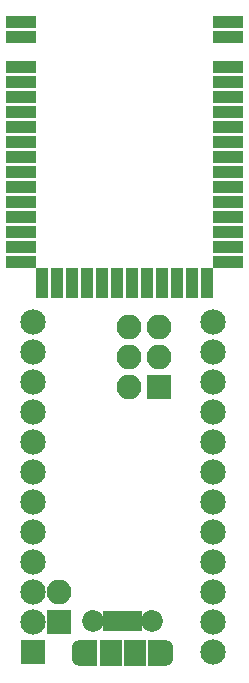
<source format=gbr>
G04 #@! TF.GenerationSoftware,KiCad,Pcbnew,(5.0.0)*
G04 #@! TF.CreationDate,2020-04-23T13:12:55-06:00*
G04 #@! TF.ProjectId,EByte_E73,45427974655F4537332E6B696361645F,rev?*
G04 #@! TF.SameCoordinates,Original*
G04 #@! TF.FileFunction,Soldermask,Top*
G04 #@! TF.FilePolarity,Negative*
%FSLAX46Y46*%
G04 Gerber Fmt 4.6, Leading zero omitted, Abs format (unit mm)*
G04 Created by KiCad (PCBNEW (5.0.0)) date 04/23/20 13:12:55*
%MOMM*%
%LPD*%
G01*
G04 APERTURE LIST*
%ADD10R,2.152600X2.152600*%
%ADD11C,2.152600*%
%ADD12R,1.120000X2.600000*%
%ADD13R,2.600000X1.120000*%
%ADD14R,1.900000X2.300000*%
%ADD15C,1.850000*%
%ADD16R,0.800000X1.750000*%
%ADD17O,1.600000X2.300000*%
%ADD18R,1.600000X2.300000*%
%ADD19R,2.100000X2.100000*%
%ADD20O,2.100000X2.100000*%
G04 APERTURE END LIST*
D10*
G04 #@! TO.C,U2*
X101600000Y-152146000D03*
D11*
X101600000Y-149606000D03*
X101600000Y-147066000D03*
X101600000Y-144526000D03*
X101600000Y-141986000D03*
X101600000Y-139446000D03*
X101600000Y-136906000D03*
X101600000Y-134366000D03*
X101600000Y-131826000D03*
X101600000Y-129286000D03*
X101600000Y-126746000D03*
X101600000Y-124206000D03*
X116840000Y-124206000D03*
X116840000Y-126746000D03*
X116840000Y-129286000D03*
X116840000Y-131826000D03*
X116840000Y-134366000D03*
X116840000Y-136906000D03*
X116840000Y-139446000D03*
X116840000Y-141986000D03*
X116840000Y-144526000D03*
X116840000Y-147066000D03*
X116840000Y-149606000D03*
X116840000Y-152146000D03*
G04 #@! TD*
D12*
G04 #@! TO.C,U1*
X116332000Y-120904000D03*
X115062000Y-120904000D03*
X113792000Y-120904000D03*
X112522000Y-120904000D03*
X111252000Y-120904000D03*
X109982000Y-120904000D03*
X108712000Y-120904000D03*
X107442000Y-120904000D03*
X106172000Y-120904000D03*
X104902000Y-120904000D03*
X103632000Y-120904000D03*
X102362000Y-120904000D03*
D13*
X118110000Y-119126000D03*
X118110000Y-117856000D03*
X118110000Y-116586000D03*
X118110000Y-115316000D03*
X118110000Y-114046000D03*
X118110000Y-112776000D03*
X118110000Y-111506000D03*
X118110000Y-110236000D03*
X118110000Y-108966000D03*
X118110000Y-107696000D03*
X118110000Y-106426000D03*
X118110000Y-105156000D03*
X118110000Y-103886000D03*
X118110000Y-102616000D03*
X118110000Y-100076000D03*
X118110000Y-98806000D03*
X100584000Y-98806000D03*
X100584000Y-100076000D03*
X100584000Y-102616000D03*
X100584000Y-103886000D03*
X100584000Y-105156000D03*
X100584000Y-106426000D03*
X100584000Y-107696000D03*
X100584000Y-108966000D03*
X100584000Y-110236000D03*
X100584000Y-111506000D03*
X100584000Y-112776000D03*
X100584000Y-114046000D03*
X100584000Y-115316000D03*
X100584000Y-116586000D03*
X100584000Y-117856000D03*
X100584000Y-119126000D03*
G04 #@! TD*
D14*
G04 #@! TO.C,J1*
X110169200Y-152208980D03*
D15*
X106669200Y-149508980D03*
D16*
X108519200Y-149508980D03*
X107869200Y-149508980D03*
X110469200Y-149508980D03*
X109819200Y-149508980D03*
X109169200Y-149508980D03*
D15*
X111669200Y-149508980D03*
D14*
X108169200Y-152208980D03*
D17*
X105669200Y-152208980D03*
X112669200Y-152208980D03*
D18*
X112069200Y-152208980D03*
X106269200Y-152208980D03*
G04 #@! TD*
D19*
G04 #@! TO.C,J3*
X103759000Y-149606000D03*
D20*
X103759000Y-147066000D03*
G04 #@! TD*
D19*
G04 #@! TO.C,J2*
X112229900Y-129715260D03*
D20*
X109689900Y-129715260D03*
X112229900Y-127175260D03*
X109689900Y-127175260D03*
X112229900Y-124635260D03*
X109689900Y-124635260D03*
G04 #@! TD*
M02*

</source>
